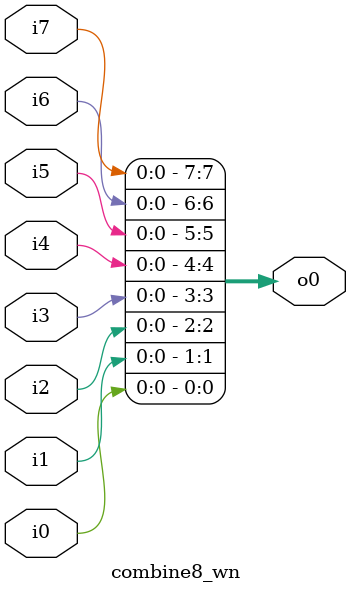
<source format=v>

`timescale 1 ns / 10 ps

module combine8_wn( i0, i1, i2, i3, i4, i5, i6, i7, o0 );

   // synopsys template
   parameter inwidth = 1;

   input    [inwidth-1:0] i0;
   wire     [inwidth-1:0] i0;

   input    [inwidth-1:0] i1;
   wire     [inwidth-1:0] i1;

   input    [inwidth-1:0] i2;
   wire     [inwidth-1:0] i2;

   input    [inwidth-1:0] i3;
   wire     [inwidth-1:0] i3;

   input    [inwidth-1:0] i4;
   wire     [inwidth-1:0] i4;

   input    [inwidth-1:0] i5;
   wire     [inwidth-1:0] i5;

   input    [inwidth-1:0] i6;
   wire     [inwidth-1:0] i6;

   input    [inwidth-1:0] i7;
   wire     [inwidth-1:0] i7;


   output [8*inwidth-1:0] o0;
   wire   [8*inwidth-1:0] o0;


   assign o0 = {i7, i6, i5, i4, i3, i2, i1, i0};

endmodule


</source>
